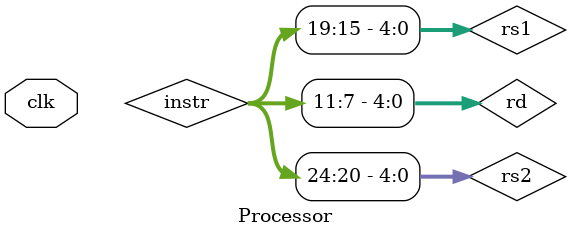
<source format=v>
module Processor(
  input clk
  );

  // Program counter
  reg  [31:0] pc_current;
  wire [31:0] pc_next;
     
  initial begin
    pc_current <= 0;
  end
 
  // Update to pc_next on rising clock
  always @(posedge clk)
  begin 
    pc_current <= pc_next;   
  end

  assign pc_next = pc_current + 4;
  
  // Instruction memory
  wire [31:0] instr;
  InstructionMemory im(
    .addr(pc_current),
    .instr(instr)
    ); 
  
  // Control Unit
  wire [3:0] alu_op;
  wire reg_write_en;
  wire alu_b_src;
  
  ControlUnit cu(
    .instr(instr),
    .alu_op(alu_op),
    .reg_write_en(reg_write_en),
    .alu_b_src(alu_b_src)
    );
  
  // Registers
  wire [4:0]  rd;
  wire [31:0] rd_value;
  wire [4:0]  rs1;
  wire [31:0] rs1_value;
  wire [4:0]  rs2;
  wire [31:0] rs2_value;
  
 
  // Map the register numbers to fields in the instruction 
  assign rs1    = instr[19:15];
  assign rs2    = instr[24:20];
  assign rd     = instr[11:7];
  
  Registers regs(
    .clk(clk),
    .reg_write_en(reg_write_en),
    .rd(rd), 
    .rd_value(rd_value),
    .rs1(rs1),
    .rs2(rs2),
    .rs1_value(rs1_value),
    .rs2_value(rs2_value)
    );
  
  // Immediate
  wire [31:0] immediate;
  
  Imm imm(
      .instr(instr),
      .imm(immediate)
      );
  
  // ALU
  wire [31:0] alu_out;
  wire [31:0] alu_b_value;
  
  assign alu_b_value = alu_b_src == 1 ? 
                       rs2_value : immediate;
  
  ALU alu(
    .a(rs1_value),
    .b(alu_b_value),
    .alu_op(alu_op),
    .result(alu_out) 
    );
  
  assign rd_value = alu_out;
endmodule
</source>
